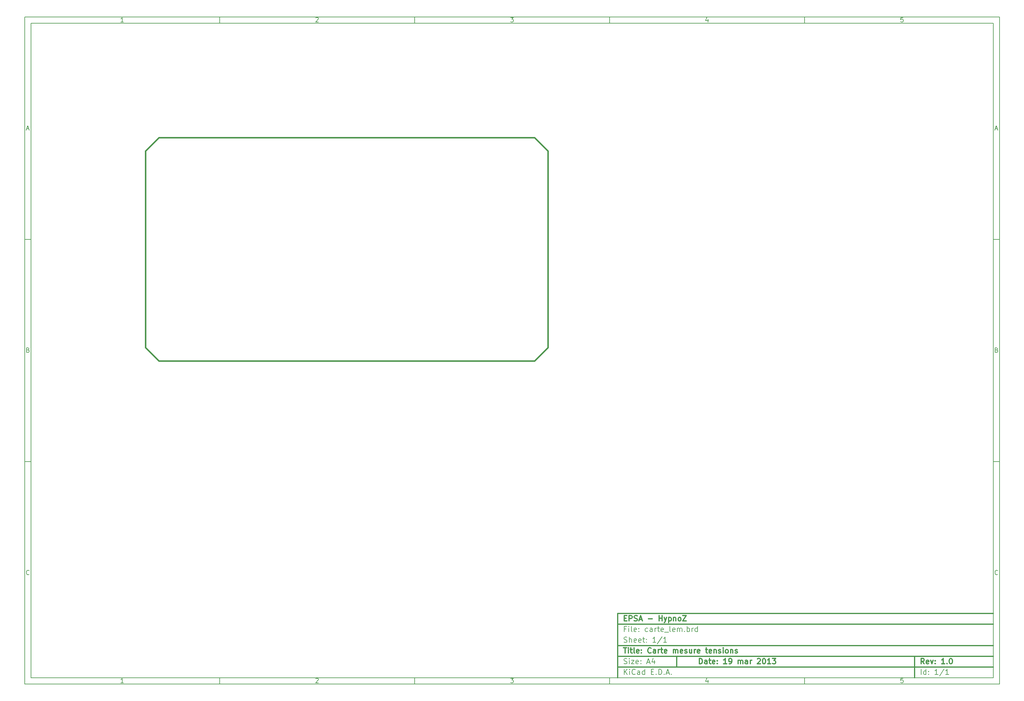
<source format=gbr>
G04 (created by PCBNEW-RS274X (2012-01-19 BZR 3256)-stable) date 19/03/2013 14:42:43*
G01*
G70*
G90*
%MOIN*%
G04 Gerber Fmt 3.4, Leading zero omitted, Abs format*
%FSLAX34Y34*%
G04 APERTURE LIST*
%ADD10C,0.006000*%
%ADD11C,0.012000*%
%ADD12C,0.015000*%
G04 APERTURE END LIST*
G54D10*
X04000Y-04000D02*
X113000Y-04000D01*
X113000Y-78670D01*
X04000Y-78670D01*
X04000Y-04000D01*
X04700Y-04700D02*
X112300Y-04700D01*
X112300Y-77970D01*
X04700Y-77970D01*
X04700Y-04700D01*
X25800Y-04000D02*
X25800Y-04700D01*
X15043Y-04552D02*
X14757Y-04552D01*
X14900Y-04552D02*
X14900Y-04052D01*
X14852Y-04124D01*
X14805Y-04171D01*
X14757Y-04195D01*
X25800Y-78670D02*
X25800Y-77970D01*
X15043Y-78522D02*
X14757Y-78522D01*
X14900Y-78522D02*
X14900Y-78022D01*
X14852Y-78094D01*
X14805Y-78141D01*
X14757Y-78165D01*
X47600Y-04000D02*
X47600Y-04700D01*
X36557Y-04100D02*
X36581Y-04076D01*
X36629Y-04052D01*
X36748Y-04052D01*
X36795Y-04076D01*
X36819Y-04100D01*
X36843Y-04148D01*
X36843Y-04195D01*
X36819Y-04267D01*
X36533Y-04552D01*
X36843Y-04552D01*
X47600Y-78670D02*
X47600Y-77970D01*
X36557Y-78070D02*
X36581Y-78046D01*
X36629Y-78022D01*
X36748Y-78022D01*
X36795Y-78046D01*
X36819Y-78070D01*
X36843Y-78118D01*
X36843Y-78165D01*
X36819Y-78237D01*
X36533Y-78522D01*
X36843Y-78522D01*
X69400Y-04000D02*
X69400Y-04700D01*
X58333Y-04052D02*
X58643Y-04052D01*
X58476Y-04243D01*
X58548Y-04243D01*
X58595Y-04267D01*
X58619Y-04290D01*
X58643Y-04338D01*
X58643Y-04457D01*
X58619Y-04505D01*
X58595Y-04529D01*
X58548Y-04552D01*
X58405Y-04552D01*
X58357Y-04529D01*
X58333Y-04505D01*
X69400Y-78670D02*
X69400Y-77970D01*
X58333Y-78022D02*
X58643Y-78022D01*
X58476Y-78213D01*
X58548Y-78213D01*
X58595Y-78237D01*
X58619Y-78260D01*
X58643Y-78308D01*
X58643Y-78427D01*
X58619Y-78475D01*
X58595Y-78499D01*
X58548Y-78522D01*
X58405Y-78522D01*
X58357Y-78499D01*
X58333Y-78475D01*
X91200Y-04000D02*
X91200Y-04700D01*
X80395Y-04219D02*
X80395Y-04552D01*
X80276Y-04029D02*
X80157Y-04386D01*
X80467Y-04386D01*
X91200Y-78670D02*
X91200Y-77970D01*
X80395Y-78189D02*
X80395Y-78522D01*
X80276Y-77999D02*
X80157Y-78356D01*
X80467Y-78356D01*
X102219Y-04052D02*
X101981Y-04052D01*
X101957Y-04290D01*
X101981Y-04267D01*
X102029Y-04243D01*
X102148Y-04243D01*
X102195Y-04267D01*
X102219Y-04290D01*
X102243Y-04338D01*
X102243Y-04457D01*
X102219Y-04505D01*
X102195Y-04529D01*
X102148Y-04552D01*
X102029Y-04552D01*
X101981Y-04529D01*
X101957Y-04505D01*
X102219Y-78022D02*
X101981Y-78022D01*
X101957Y-78260D01*
X101981Y-78237D01*
X102029Y-78213D01*
X102148Y-78213D01*
X102195Y-78237D01*
X102219Y-78260D01*
X102243Y-78308D01*
X102243Y-78427D01*
X102219Y-78475D01*
X102195Y-78499D01*
X102148Y-78522D01*
X102029Y-78522D01*
X101981Y-78499D01*
X101957Y-78475D01*
X04000Y-28890D02*
X04700Y-28890D01*
X04231Y-16510D02*
X04469Y-16510D01*
X04184Y-16652D02*
X04350Y-16152D01*
X04517Y-16652D01*
X113000Y-28890D02*
X112300Y-28890D01*
X112531Y-16510D02*
X112769Y-16510D01*
X112484Y-16652D02*
X112650Y-16152D01*
X112817Y-16652D01*
X04000Y-53780D02*
X04700Y-53780D01*
X04386Y-41280D02*
X04457Y-41304D01*
X04481Y-41328D01*
X04505Y-41376D01*
X04505Y-41447D01*
X04481Y-41495D01*
X04457Y-41519D01*
X04410Y-41542D01*
X04219Y-41542D01*
X04219Y-41042D01*
X04386Y-41042D01*
X04433Y-41066D01*
X04457Y-41090D01*
X04481Y-41138D01*
X04481Y-41185D01*
X04457Y-41233D01*
X04433Y-41257D01*
X04386Y-41280D01*
X04219Y-41280D01*
X113000Y-53780D02*
X112300Y-53780D01*
X112686Y-41280D02*
X112757Y-41304D01*
X112781Y-41328D01*
X112805Y-41376D01*
X112805Y-41447D01*
X112781Y-41495D01*
X112757Y-41519D01*
X112710Y-41542D01*
X112519Y-41542D01*
X112519Y-41042D01*
X112686Y-41042D01*
X112733Y-41066D01*
X112757Y-41090D01*
X112781Y-41138D01*
X112781Y-41185D01*
X112757Y-41233D01*
X112733Y-41257D01*
X112686Y-41280D01*
X112519Y-41280D01*
X04505Y-66385D02*
X04481Y-66409D01*
X04410Y-66432D01*
X04362Y-66432D01*
X04290Y-66409D01*
X04243Y-66361D01*
X04219Y-66313D01*
X04195Y-66218D01*
X04195Y-66147D01*
X04219Y-66051D01*
X04243Y-66004D01*
X04290Y-65956D01*
X04362Y-65932D01*
X04410Y-65932D01*
X04481Y-65956D01*
X04505Y-65980D01*
X112805Y-66385D02*
X112781Y-66409D01*
X112710Y-66432D01*
X112662Y-66432D01*
X112590Y-66409D01*
X112543Y-66361D01*
X112519Y-66313D01*
X112495Y-66218D01*
X112495Y-66147D01*
X112519Y-66051D01*
X112543Y-66004D01*
X112590Y-65956D01*
X112662Y-65932D01*
X112710Y-65932D01*
X112781Y-65956D01*
X112805Y-65980D01*
G54D11*
X79443Y-76413D02*
X79443Y-75813D01*
X79586Y-75813D01*
X79671Y-75841D01*
X79729Y-75899D01*
X79757Y-75956D01*
X79786Y-76070D01*
X79786Y-76156D01*
X79757Y-76270D01*
X79729Y-76327D01*
X79671Y-76384D01*
X79586Y-76413D01*
X79443Y-76413D01*
X80300Y-76413D02*
X80300Y-76099D01*
X80271Y-76041D01*
X80214Y-76013D01*
X80100Y-76013D01*
X80043Y-76041D01*
X80300Y-76384D02*
X80243Y-76413D01*
X80100Y-76413D01*
X80043Y-76384D01*
X80014Y-76327D01*
X80014Y-76270D01*
X80043Y-76213D01*
X80100Y-76184D01*
X80243Y-76184D01*
X80300Y-76156D01*
X80500Y-76013D02*
X80729Y-76013D01*
X80586Y-75813D02*
X80586Y-76327D01*
X80614Y-76384D01*
X80672Y-76413D01*
X80729Y-76413D01*
X81157Y-76384D02*
X81100Y-76413D01*
X80986Y-76413D01*
X80929Y-76384D01*
X80900Y-76327D01*
X80900Y-76099D01*
X80929Y-76041D01*
X80986Y-76013D01*
X81100Y-76013D01*
X81157Y-76041D01*
X81186Y-76099D01*
X81186Y-76156D01*
X80900Y-76213D01*
X81443Y-76356D02*
X81471Y-76384D01*
X81443Y-76413D01*
X81414Y-76384D01*
X81443Y-76356D01*
X81443Y-76413D01*
X81443Y-76041D02*
X81471Y-76070D01*
X81443Y-76099D01*
X81414Y-76070D01*
X81443Y-76041D01*
X81443Y-76099D01*
X82500Y-76413D02*
X82157Y-76413D01*
X82329Y-76413D02*
X82329Y-75813D01*
X82272Y-75899D01*
X82214Y-75956D01*
X82157Y-75984D01*
X82785Y-76413D02*
X82900Y-76413D01*
X82957Y-76384D01*
X82985Y-76356D01*
X83043Y-76270D01*
X83071Y-76156D01*
X83071Y-75927D01*
X83043Y-75870D01*
X83014Y-75841D01*
X82957Y-75813D01*
X82843Y-75813D01*
X82785Y-75841D01*
X82757Y-75870D01*
X82728Y-75927D01*
X82728Y-76070D01*
X82757Y-76127D01*
X82785Y-76156D01*
X82843Y-76184D01*
X82957Y-76184D01*
X83014Y-76156D01*
X83043Y-76127D01*
X83071Y-76070D01*
X83785Y-76413D02*
X83785Y-76013D01*
X83785Y-76070D02*
X83813Y-76041D01*
X83871Y-76013D01*
X83956Y-76013D01*
X84013Y-76041D01*
X84042Y-76099D01*
X84042Y-76413D01*
X84042Y-76099D02*
X84071Y-76041D01*
X84128Y-76013D01*
X84213Y-76013D01*
X84271Y-76041D01*
X84299Y-76099D01*
X84299Y-76413D01*
X84842Y-76413D02*
X84842Y-76099D01*
X84813Y-76041D01*
X84756Y-76013D01*
X84642Y-76013D01*
X84585Y-76041D01*
X84842Y-76384D02*
X84785Y-76413D01*
X84642Y-76413D01*
X84585Y-76384D01*
X84556Y-76327D01*
X84556Y-76270D01*
X84585Y-76213D01*
X84642Y-76184D01*
X84785Y-76184D01*
X84842Y-76156D01*
X85128Y-76413D02*
X85128Y-76013D01*
X85128Y-76127D02*
X85156Y-76070D01*
X85185Y-76041D01*
X85242Y-76013D01*
X85299Y-76013D01*
X85927Y-75870D02*
X85956Y-75841D01*
X86013Y-75813D01*
X86156Y-75813D01*
X86213Y-75841D01*
X86242Y-75870D01*
X86270Y-75927D01*
X86270Y-75984D01*
X86242Y-76070D01*
X85899Y-76413D01*
X86270Y-76413D01*
X86641Y-75813D02*
X86698Y-75813D01*
X86755Y-75841D01*
X86784Y-75870D01*
X86813Y-75927D01*
X86841Y-76041D01*
X86841Y-76184D01*
X86813Y-76299D01*
X86784Y-76356D01*
X86755Y-76384D01*
X86698Y-76413D01*
X86641Y-76413D01*
X86584Y-76384D01*
X86555Y-76356D01*
X86527Y-76299D01*
X86498Y-76184D01*
X86498Y-76041D01*
X86527Y-75927D01*
X86555Y-75870D01*
X86584Y-75841D01*
X86641Y-75813D01*
X87412Y-76413D02*
X87069Y-76413D01*
X87241Y-76413D02*
X87241Y-75813D01*
X87184Y-75899D01*
X87126Y-75956D01*
X87069Y-75984D01*
X87612Y-75813D02*
X87983Y-75813D01*
X87783Y-76041D01*
X87869Y-76041D01*
X87926Y-76070D01*
X87955Y-76099D01*
X87983Y-76156D01*
X87983Y-76299D01*
X87955Y-76356D01*
X87926Y-76384D01*
X87869Y-76413D01*
X87697Y-76413D01*
X87640Y-76384D01*
X87612Y-76356D01*
G54D10*
X71043Y-77613D02*
X71043Y-77013D01*
X71386Y-77613D02*
X71129Y-77270D01*
X71386Y-77013D02*
X71043Y-77356D01*
X71643Y-77613D02*
X71643Y-77213D01*
X71643Y-77013D02*
X71614Y-77041D01*
X71643Y-77070D01*
X71671Y-77041D01*
X71643Y-77013D01*
X71643Y-77070D01*
X72272Y-77556D02*
X72243Y-77584D01*
X72157Y-77613D01*
X72100Y-77613D01*
X72015Y-77584D01*
X71957Y-77527D01*
X71929Y-77470D01*
X71900Y-77356D01*
X71900Y-77270D01*
X71929Y-77156D01*
X71957Y-77099D01*
X72015Y-77041D01*
X72100Y-77013D01*
X72157Y-77013D01*
X72243Y-77041D01*
X72272Y-77070D01*
X72786Y-77613D02*
X72786Y-77299D01*
X72757Y-77241D01*
X72700Y-77213D01*
X72586Y-77213D01*
X72529Y-77241D01*
X72786Y-77584D02*
X72729Y-77613D01*
X72586Y-77613D01*
X72529Y-77584D01*
X72500Y-77527D01*
X72500Y-77470D01*
X72529Y-77413D01*
X72586Y-77384D01*
X72729Y-77384D01*
X72786Y-77356D01*
X73329Y-77613D02*
X73329Y-77013D01*
X73329Y-77584D02*
X73272Y-77613D01*
X73158Y-77613D01*
X73100Y-77584D01*
X73072Y-77556D01*
X73043Y-77499D01*
X73043Y-77327D01*
X73072Y-77270D01*
X73100Y-77241D01*
X73158Y-77213D01*
X73272Y-77213D01*
X73329Y-77241D01*
X74072Y-77299D02*
X74272Y-77299D01*
X74358Y-77613D02*
X74072Y-77613D01*
X74072Y-77013D01*
X74358Y-77013D01*
X74615Y-77556D02*
X74643Y-77584D01*
X74615Y-77613D01*
X74586Y-77584D01*
X74615Y-77556D01*
X74615Y-77613D01*
X74901Y-77613D02*
X74901Y-77013D01*
X75044Y-77013D01*
X75129Y-77041D01*
X75187Y-77099D01*
X75215Y-77156D01*
X75244Y-77270D01*
X75244Y-77356D01*
X75215Y-77470D01*
X75187Y-77527D01*
X75129Y-77584D01*
X75044Y-77613D01*
X74901Y-77613D01*
X75501Y-77556D02*
X75529Y-77584D01*
X75501Y-77613D01*
X75472Y-77584D01*
X75501Y-77556D01*
X75501Y-77613D01*
X75758Y-77441D02*
X76044Y-77441D01*
X75701Y-77613D02*
X75901Y-77013D01*
X76101Y-77613D01*
X76301Y-77556D02*
X76329Y-77584D01*
X76301Y-77613D01*
X76272Y-77584D01*
X76301Y-77556D01*
X76301Y-77613D01*
G54D11*
X104586Y-76413D02*
X104386Y-76127D01*
X104243Y-76413D02*
X104243Y-75813D01*
X104471Y-75813D01*
X104529Y-75841D01*
X104557Y-75870D01*
X104586Y-75927D01*
X104586Y-76013D01*
X104557Y-76070D01*
X104529Y-76099D01*
X104471Y-76127D01*
X104243Y-76127D01*
X105071Y-76384D02*
X105014Y-76413D01*
X104900Y-76413D01*
X104843Y-76384D01*
X104814Y-76327D01*
X104814Y-76099D01*
X104843Y-76041D01*
X104900Y-76013D01*
X105014Y-76013D01*
X105071Y-76041D01*
X105100Y-76099D01*
X105100Y-76156D01*
X104814Y-76213D01*
X105300Y-76013D02*
X105443Y-76413D01*
X105585Y-76013D01*
X105814Y-76356D02*
X105842Y-76384D01*
X105814Y-76413D01*
X105785Y-76384D01*
X105814Y-76356D01*
X105814Y-76413D01*
X105814Y-76041D02*
X105842Y-76070D01*
X105814Y-76099D01*
X105785Y-76070D01*
X105814Y-76041D01*
X105814Y-76099D01*
X106871Y-76413D02*
X106528Y-76413D01*
X106700Y-76413D02*
X106700Y-75813D01*
X106643Y-75899D01*
X106585Y-75956D01*
X106528Y-75984D01*
X107128Y-76356D02*
X107156Y-76384D01*
X107128Y-76413D01*
X107099Y-76384D01*
X107128Y-76356D01*
X107128Y-76413D01*
X107528Y-75813D02*
X107585Y-75813D01*
X107642Y-75841D01*
X107671Y-75870D01*
X107700Y-75927D01*
X107728Y-76041D01*
X107728Y-76184D01*
X107700Y-76299D01*
X107671Y-76356D01*
X107642Y-76384D01*
X107585Y-76413D01*
X107528Y-76413D01*
X107471Y-76384D01*
X107442Y-76356D01*
X107414Y-76299D01*
X107385Y-76184D01*
X107385Y-76041D01*
X107414Y-75927D01*
X107442Y-75870D01*
X107471Y-75841D01*
X107528Y-75813D01*
G54D10*
X71014Y-76384D02*
X71100Y-76413D01*
X71243Y-76413D01*
X71300Y-76384D01*
X71329Y-76356D01*
X71357Y-76299D01*
X71357Y-76241D01*
X71329Y-76184D01*
X71300Y-76156D01*
X71243Y-76127D01*
X71129Y-76099D01*
X71071Y-76070D01*
X71043Y-76041D01*
X71014Y-75984D01*
X71014Y-75927D01*
X71043Y-75870D01*
X71071Y-75841D01*
X71129Y-75813D01*
X71271Y-75813D01*
X71357Y-75841D01*
X71614Y-76413D02*
X71614Y-76013D01*
X71614Y-75813D02*
X71585Y-75841D01*
X71614Y-75870D01*
X71642Y-75841D01*
X71614Y-75813D01*
X71614Y-75870D01*
X71843Y-76013D02*
X72157Y-76013D01*
X71843Y-76413D01*
X72157Y-76413D01*
X72614Y-76384D02*
X72557Y-76413D01*
X72443Y-76413D01*
X72386Y-76384D01*
X72357Y-76327D01*
X72357Y-76099D01*
X72386Y-76041D01*
X72443Y-76013D01*
X72557Y-76013D01*
X72614Y-76041D01*
X72643Y-76099D01*
X72643Y-76156D01*
X72357Y-76213D01*
X72900Y-76356D02*
X72928Y-76384D01*
X72900Y-76413D01*
X72871Y-76384D01*
X72900Y-76356D01*
X72900Y-76413D01*
X72900Y-76041D02*
X72928Y-76070D01*
X72900Y-76099D01*
X72871Y-76070D01*
X72900Y-76041D01*
X72900Y-76099D01*
X73614Y-76241D02*
X73900Y-76241D01*
X73557Y-76413D02*
X73757Y-75813D01*
X73957Y-76413D01*
X74414Y-76013D02*
X74414Y-76413D01*
X74271Y-75784D02*
X74128Y-76213D01*
X74500Y-76213D01*
X104243Y-77613D02*
X104243Y-77013D01*
X104786Y-77613D02*
X104786Y-77013D01*
X104786Y-77584D02*
X104729Y-77613D01*
X104615Y-77613D01*
X104557Y-77584D01*
X104529Y-77556D01*
X104500Y-77499D01*
X104500Y-77327D01*
X104529Y-77270D01*
X104557Y-77241D01*
X104615Y-77213D01*
X104729Y-77213D01*
X104786Y-77241D01*
X105072Y-77556D02*
X105100Y-77584D01*
X105072Y-77613D01*
X105043Y-77584D01*
X105072Y-77556D01*
X105072Y-77613D01*
X105072Y-77241D02*
X105100Y-77270D01*
X105072Y-77299D01*
X105043Y-77270D01*
X105072Y-77241D01*
X105072Y-77299D01*
X106129Y-77613D02*
X105786Y-77613D01*
X105958Y-77613D02*
X105958Y-77013D01*
X105901Y-77099D01*
X105843Y-77156D01*
X105786Y-77184D01*
X106814Y-76984D02*
X106300Y-77756D01*
X107329Y-77613D02*
X106986Y-77613D01*
X107158Y-77613D02*
X107158Y-77013D01*
X107101Y-77099D01*
X107043Y-77156D01*
X106986Y-77184D01*
G54D11*
X70957Y-74613D02*
X71300Y-74613D01*
X71129Y-75213D02*
X71129Y-74613D01*
X71500Y-75213D02*
X71500Y-74813D01*
X71500Y-74613D02*
X71471Y-74641D01*
X71500Y-74670D01*
X71528Y-74641D01*
X71500Y-74613D01*
X71500Y-74670D01*
X71700Y-74813D02*
X71929Y-74813D01*
X71786Y-74613D02*
X71786Y-75127D01*
X71814Y-75184D01*
X71872Y-75213D01*
X71929Y-75213D01*
X72215Y-75213D02*
X72157Y-75184D01*
X72129Y-75127D01*
X72129Y-74613D01*
X72671Y-75184D02*
X72614Y-75213D01*
X72500Y-75213D01*
X72443Y-75184D01*
X72414Y-75127D01*
X72414Y-74899D01*
X72443Y-74841D01*
X72500Y-74813D01*
X72614Y-74813D01*
X72671Y-74841D01*
X72700Y-74899D01*
X72700Y-74956D01*
X72414Y-75013D01*
X72957Y-75156D02*
X72985Y-75184D01*
X72957Y-75213D01*
X72928Y-75184D01*
X72957Y-75156D01*
X72957Y-75213D01*
X72957Y-74841D02*
X72985Y-74870D01*
X72957Y-74899D01*
X72928Y-74870D01*
X72957Y-74841D01*
X72957Y-74899D01*
X74043Y-75156D02*
X74014Y-75184D01*
X73928Y-75213D01*
X73871Y-75213D01*
X73786Y-75184D01*
X73728Y-75127D01*
X73700Y-75070D01*
X73671Y-74956D01*
X73671Y-74870D01*
X73700Y-74756D01*
X73728Y-74699D01*
X73786Y-74641D01*
X73871Y-74613D01*
X73928Y-74613D01*
X74014Y-74641D01*
X74043Y-74670D01*
X74557Y-75213D02*
X74557Y-74899D01*
X74528Y-74841D01*
X74471Y-74813D01*
X74357Y-74813D01*
X74300Y-74841D01*
X74557Y-75184D02*
X74500Y-75213D01*
X74357Y-75213D01*
X74300Y-75184D01*
X74271Y-75127D01*
X74271Y-75070D01*
X74300Y-75013D01*
X74357Y-74984D01*
X74500Y-74984D01*
X74557Y-74956D01*
X74843Y-75213D02*
X74843Y-74813D01*
X74843Y-74927D02*
X74871Y-74870D01*
X74900Y-74841D01*
X74957Y-74813D01*
X75014Y-74813D01*
X75128Y-74813D02*
X75357Y-74813D01*
X75214Y-74613D02*
X75214Y-75127D01*
X75242Y-75184D01*
X75300Y-75213D01*
X75357Y-75213D01*
X75785Y-75184D02*
X75728Y-75213D01*
X75614Y-75213D01*
X75557Y-75184D01*
X75528Y-75127D01*
X75528Y-74899D01*
X75557Y-74841D01*
X75614Y-74813D01*
X75728Y-74813D01*
X75785Y-74841D01*
X75814Y-74899D01*
X75814Y-74956D01*
X75528Y-75013D01*
X76528Y-75213D02*
X76528Y-74813D01*
X76528Y-74870D02*
X76556Y-74841D01*
X76614Y-74813D01*
X76699Y-74813D01*
X76756Y-74841D01*
X76785Y-74899D01*
X76785Y-75213D01*
X76785Y-74899D02*
X76814Y-74841D01*
X76871Y-74813D01*
X76956Y-74813D01*
X77014Y-74841D01*
X77042Y-74899D01*
X77042Y-75213D01*
X77556Y-75184D02*
X77499Y-75213D01*
X77385Y-75213D01*
X77328Y-75184D01*
X77299Y-75127D01*
X77299Y-74899D01*
X77328Y-74841D01*
X77385Y-74813D01*
X77499Y-74813D01*
X77556Y-74841D01*
X77585Y-74899D01*
X77585Y-74956D01*
X77299Y-75013D01*
X77813Y-75184D02*
X77870Y-75213D01*
X77985Y-75213D01*
X78042Y-75184D01*
X78070Y-75127D01*
X78070Y-75099D01*
X78042Y-75041D01*
X77985Y-75013D01*
X77899Y-75013D01*
X77842Y-74984D01*
X77813Y-74927D01*
X77813Y-74899D01*
X77842Y-74841D01*
X77899Y-74813D01*
X77985Y-74813D01*
X78042Y-74841D01*
X78585Y-74813D02*
X78585Y-75213D01*
X78328Y-74813D02*
X78328Y-75127D01*
X78356Y-75184D01*
X78414Y-75213D01*
X78499Y-75213D01*
X78556Y-75184D01*
X78585Y-75156D01*
X78871Y-75213D02*
X78871Y-74813D01*
X78871Y-74927D02*
X78899Y-74870D01*
X78928Y-74841D01*
X78985Y-74813D01*
X79042Y-74813D01*
X79470Y-75184D02*
X79413Y-75213D01*
X79299Y-75213D01*
X79242Y-75184D01*
X79213Y-75127D01*
X79213Y-74899D01*
X79242Y-74841D01*
X79299Y-74813D01*
X79413Y-74813D01*
X79470Y-74841D01*
X79499Y-74899D01*
X79499Y-74956D01*
X79213Y-75013D01*
X80127Y-74813D02*
X80356Y-74813D01*
X80213Y-74613D02*
X80213Y-75127D01*
X80241Y-75184D01*
X80299Y-75213D01*
X80356Y-75213D01*
X80784Y-75184D02*
X80727Y-75213D01*
X80613Y-75213D01*
X80556Y-75184D01*
X80527Y-75127D01*
X80527Y-74899D01*
X80556Y-74841D01*
X80613Y-74813D01*
X80727Y-74813D01*
X80784Y-74841D01*
X80813Y-74899D01*
X80813Y-74956D01*
X80527Y-75013D01*
X81070Y-74813D02*
X81070Y-75213D01*
X81070Y-74870D02*
X81098Y-74841D01*
X81156Y-74813D01*
X81241Y-74813D01*
X81298Y-74841D01*
X81327Y-74899D01*
X81327Y-75213D01*
X81584Y-75184D02*
X81641Y-75213D01*
X81756Y-75213D01*
X81813Y-75184D01*
X81841Y-75127D01*
X81841Y-75099D01*
X81813Y-75041D01*
X81756Y-75013D01*
X81670Y-75013D01*
X81613Y-74984D01*
X81584Y-74927D01*
X81584Y-74899D01*
X81613Y-74841D01*
X81670Y-74813D01*
X81756Y-74813D01*
X81813Y-74841D01*
X82099Y-75213D02*
X82099Y-74813D01*
X82099Y-74613D02*
X82070Y-74641D01*
X82099Y-74670D01*
X82127Y-74641D01*
X82099Y-74613D01*
X82099Y-74670D01*
X82471Y-75213D02*
X82413Y-75184D01*
X82385Y-75156D01*
X82356Y-75099D01*
X82356Y-74927D01*
X82385Y-74870D01*
X82413Y-74841D01*
X82471Y-74813D01*
X82556Y-74813D01*
X82613Y-74841D01*
X82642Y-74870D01*
X82671Y-74927D01*
X82671Y-75099D01*
X82642Y-75156D01*
X82613Y-75184D01*
X82556Y-75213D01*
X82471Y-75213D01*
X82928Y-74813D02*
X82928Y-75213D01*
X82928Y-74870D02*
X82956Y-74841D01*
X83014Y-74813D01*
X83099Y-74813D01*
X83156Y-74841D01*
X83185Y-74899D01*
X83185Y-75213D01*
X83442Y-75184D02*
X83499Y-75213D01*
X83614Y-75213D01*
X83671Y-75184D01*
X83699Y-75127D01*
X83699Y-75099D01*
X83671Y-75041D01*
X83614Y-75013D01*
X83528Y-75013D01*
X83471Y-74984D01*
X83442Y-74927D01*
X83442Y-74899D01*
X83471Y-74841D01*
X83528Y-74813D01*
X83614Y-74813D01*
X83671Y-74841D01*
G54D10*
X71243Y-72499D02*
X71043Y-72499D01*
X71043Y-72813D02*
X71043Y-72213D01*
X71329Y-72213D01*
X71557Y-72813D02*
X71557Y-72413D01*
X71557Y-72213D02*
X71528Y-72241D01*
X71557Y-72270D01*
X71585Y-72241D01*
X71557Y-72213D01*
X71557Y-72270D01*
X71929Y-72813D02*
X71871Y-72784D01*
X71843Y-72727D01*
X71843Y-72213D01*
X72385Y-72784D02*
X72328Y-72813D01*
X72214Y-72813D01*
X72157Y-72784D01*
X72128Y-72727D01*
X72128Y-72499D01*
X72157Y-72441D01*
X72214Y-72413D01*
X72328Y-72413D01*
X72385Y-72441D01*
X72414Y-72499D01*
X72414Y-72556D01*
X72128Y-72613D01*
X72671Y-72756D02*
X72699Y-72784D01*
X72671Y-72813D01*
X72642Y-72784D01*
X72671Y-72756D01*
X72671Y-72813D01*
X72671Y-72441D02*
X72699Y-72470D01*
X72671Y-72499D01*
X72642Y-72470D01*
X72671Y-72441D01*
X72671Y-72499D01*
X73671Y-72784D02*
X73614Y-72813D01*
X73500Y-72813D01*
X73442Y-72784D01*
X73414Y-72756D01*
X73385Y-72699D01*
X73385Y-72527D01*
X73414Y-72470D01*
X73442Y-72441D01*
X73500Y-72413D01*
X73614Y-72413D01*
X73671Y-72441D01*
X74185Y-72813D02*
X74185Y-72499D01*
X74156Y-72441D01*
X74099Y-72413D01*
X73985Y-72413D01*
X73928Y-72441D01*
X74185Y-72784D02*
X74128Y-72813D01*
X73985Y-72813D01*
X73928Y-72784D01*
X73899Y-72727D01*
X73899Y-72670D01*
X73928Y-72613D01*
X73985Y-72584D01*
X74128Y-72584D01*
X74185Y-72556D01*
X74471Y-72813D02*
X74471Y-72413D01*
X74471Y-72527D02*
X74499Y-72470D01*
X74528Y-72441D01*
X74585Y-72413D01*
X74642Y-72413D01*
X74756Y-72413D02*
X74985Y-72413D01*
X74842Y-72213D02*
X74842Y-72727D01*
X74870Y-72784D01*
X74928Y-72813D01*
X74985Y-72813D01*
X75413Y-72784D02*
X75356Y-72813D01*
X75242Y-72813D01*
X75185Y-72784D01*
X75156Y-72727D01*
X75156Y-72499D01*
X75185Y-72441D01*
X75242Y-72413D01*
X75356Y-72413D01*
X75413Y-72441D01*
X75442Y-72499D01*
X75442Y-72556D01*
X75156Y-72613D01*
X75556Y-72870D02*
X76013Y-72870D01*
X76242Y-72813D02*
X76184Y-72784D01*
X76156Y-72727D01*
X76156Y-72213D01*
X76698Y-72784D02*
X76641Y-72813D01*
X76527Y-72813D01*
X76470Y-72784D01*
X76441Y-72727D01*
X76441Y-72499D01*
X76470Y-72441D01*
X76527Y-72413D01*
X76641Y-72413D01*
X76698Y-72441D01*
X76727Y-72499D01*
X76727Y-72556D01*
X76441Y-72613D01*
X76984Y-72813D02*
X76984Y-72413D01*
X76984Y-72470D02*
X77012Y-72441D01*
X77070Y-72413D01*
X77155Y-72413D01*
X77212Y-72441D01*
X77241Y-72499D01*
X77241Y-72813D01*
X77241Y-72499D02*
X77270Y-72441D01*
X77327Y-72413D01*
X77412Y-72413D01*
X77470Y-72441D01*
X77498Y-72499D01*
X77498Y-72813D01*
X77784Y-72756D02*
X77812Y-72784D01*
X77784Y-72813D01*
X77755Y-72784D01*
X77784Y-72756D01*
X77784Y-72813D01*
X78070Y-72813D02*
X78070Y-72213D01*
X78070Y-72441D02*
X78127Y-72413D01*
X78241Y-72413D01*
X78298Y-72441D01*
X78327Y-72470D01*
X78356Y-72527D01*
X78356Y-72699D01*
X78327Y-72756D01*
X78298Y-72784D01*
X78241Y-72813D01*
X78127Y-72813D01*
X78070Y-72784D01*
X78613Y-72813D02*
X78613Y-72413D01*
X78613Y-72527D02*
X78641Y-72470D01*
X78670Y-72441D01*
X78727Y-72413D01*
X78784Y-72413D01*
X79241Y-72813D02*
X79241Y-72213D01*
X79241Y-72784D02*
X79184Y-72813D01*
X79070Y-72813D01*
X79012Y-72784D01*
X78984Y-72756D01*
X78955Y-72699D01*
X78955Y-72527D01*
X78984Y-72470D01*
X79012Y-72441D01*
X79070Y-72413D01*
X79184Y-72413D01*
X79241Y-72441D01*
X71014Y-73984D02*
X71100Y-74013D01*
X71243Y-74013D01*
X71300Y-73984D01*
X71329Y-73956D01*
X71357Y-73899D01*
X71357Y-73841D01*
X71329Y-73784D01*
X71300Y-73756D01*
X71243Y-73727D01*
X71129Y-73699D01*
X71071Y-73670D01*
X71043Y-73641D01*
X71014Y-73584D01*
X71014Y-73527D01*
X71043Y-73470D01*
X71071Y-73441D01*
X71129Y-73413D01*
X71271Y-73413D01*
X71357Y-73441D01*
X71614Y-74013D02*
X71614Y-73413D01*
X71871Y-74013D02*
X71871Y-73699D01*
X71842Y-73641D01*
X71785Y-73613D01*
X71700Y-73613D01*
X71642Y-73641D01*
X71614Y-73670D01*
X72385Y-73984D02*
X72328Y-74013D01*
X72214Y-74013D01*
X72157Y-73984D01*
X72128Y-73927D01*
X72128Y-73699D01*
X72157Y-73641D01*
X72214Y-73613D01*
X72328Y-73613D01*
X72385Y-73641D01*
X72414Y-73699D01*
X72414Y-73756D01*
X72128Y-73813D01*
X72899Y-73984D02*
X72842Y-74013D01*
X72728Y-74013D01*
X72671Y-73984D01*
X72642Y-73927D01*
X72642Y-73699D01*
X72671Y-73641D01*
X72728Y-73613D01*
X72842Y-73613D01*
X72899Y-73641D01*
X72928Y-73699D01*
X72928Y-73756D01*
X72642Y-73813D01*
X73099Y-73613D02*
X73328Y-73613D01*
X73185Y-73413D02*
X73185Y-73927D01*
X73213Y-73984D01*
X73271Y-74013D01*
X73328Y-74013D01*
X73528Y-73956D02*
X73556Y-73984D01*
X73528Y-74013D01*
X73499Y-73984D01*
X73528Y-73956D01*
X73528Y-74013D01*
X73528Y-73641D02*
X73556Y-73670D01*
X73528Y-73699D01*
X73499Y-73670D01*
X73528Y-73641D01*
X73528Y-73699D01*
X74585Y-74013D02*
X74242Y-74013D01*
X74414Y-74013D02*
X74414Y-73413D01*
X74357Y-73499D01*
X74299Y-73556D01*
X74242Y-73584D01*
X75270Y-73384D02*
X74756Y-74156D01*
X75785Y-74013D02*
X75442Y-74013D01*
X75614Y-74013D02*
X75614Y-73413D01*
X75557Y-73499D01*
X75499Y-73556D01*
X75442Y-73584D01*
G54D11*
X71043Y-71299D02*
X71243Y-71299D01*
X71329Y-71613D02*
X71043Y-71613D01*
X71043Y-71013D01*
X71329Y-71013D01*
X71586Y-71613D02*
X71586Y-71013D01*
X71814Y-71013D01*
X71872Y-71041D01*
X71900Y-71070D01*
X71929Y-71127D01*
X71929Y-71213D01*
X71900Y-71270D01*
X71872Y-71299D01*
X71814Y-71327D01*
X71586Y-71327D01*
X72157Y-71584D02*
X72243Y-71613D01*
X72386Y-71613D01*
X72443Y-71584D01*
X72472Y-71556D01*
X72500Y-71499D01*
X72500Y-71441D01*
X72472Y-71384D01*
X72443Y-71356D01*
X72386Y-71327D01*
X72272Y-71299D01*
X72214Y-71270D01*
X72186Y-71241D01*
X72157Y-71184D01*
X72157Y-71127D01*
X72186Y-71070D01*
X72214Y-71041D01*
X72272Y-71013D01*
X72414Y-71013D01*
X72500Y-71041D01*
X72728Y-71441D02*
X73014Y-71441D01*
X72671Y-71613D02*
X72871Y-71013D01*
X73071Y-71613D01*
X73728Y-71384D02*
X74185Y-71384D01*
X74928Y-71613D02*
X74928Y-71013D01*
X74928Y-71299D02*
X75271Y-71299D01*
X75271Y-71613D02*
X75271Y-71013D01*
X75500Y-71213D02*
X75643Y-71613D01*
X75785Y-71213D02*
X75643Y-71613D01*
X75585Y-71756D01*
X75557Y-71784D01*
X75500Y-71813D01*
X76014Y-71213D02*
X76014Y-71813D01*
X76014Y-71241D02*
X76071Y-71213D01*
X76185Y-71213D01*
X76242Y-71241D01*
X76271Y-71270D01*
X76300Y-71327D01*
X76300Y-71499D01*
X76271Y-71556D01*
X76242Y-71584D01*
X76185Y-71613D01*
X76071Y-71613D01*
X76014Y-71584D01*
X76557Y-71213D02*
X76557Y-71613D01*
X76557Y-71270D02*
X76585Y-71241D01*
X76643Y-71213D01*
X76728Y-71213D01*
X76785Y-71241D01*
X76814Y-71299D01*
X76814Y-71613D01*
X77186Y-71613D02*
X77128Y-71584D01*
X77100Y-71556D01*
X77071Y-71499D01*
X77071Y-71327D01*
X77100Y-71270D01*
X77128Y-71241D01*
X77186Y-71213D01*
X77271Y-71213D01*
X77328Y-71241D01*
X77357Y-71270D01*
X77386Y-71327D01*
X77386Y-71499D01*
X77357Y-71556D01*
X77328Y-71584D01*
X77271Y-71613D01*
X77186Y-71613D01*
X77586Y-71013D02*
X77986Y-71013D01*
X77586Y-71613D01*
X77986Y-71613D01*
X70300Y-70770D02*
X70300Y-77970D01*
X70300Y-71970D02*
X112300Y-71970D01*
X70300Y-70770D02*
X112300Y-70770D01*
X70300Y-74370D02*
X112300Y-74370D01*
X103500Y-75570D02*
X103500Y-77970D01*
X70300Y-76770D02*
X112300Y-76770D01*
X70300Y-75570D02*
X112300Y-75570D01*
X76900Y-75570D02*
X76900Y-76770D01*
G54D12*
X61000Y-42500D02*
X19000Y-42500D01*
X62500Y-41000D02*
X61000Y-42500D01*
X62500Y-19000D02*
X62500Y-41000D01*
X61000Y-17500D02*
X62500Y-19000D01*
X19000Y-17500D02*
X61000Y-17500D01*
X17500Y-19000D02*
X19000Y-17500D01*
X17500Y-41000D02*
X17500Y-19000D01*
X19000Y-42500D02*
X17500Y-41000D01*
M02*

</source>
